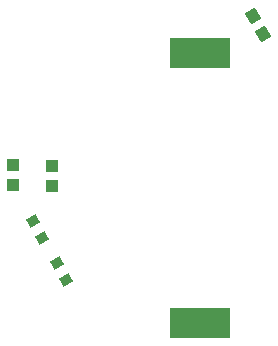
<source format=gbp>
G04*
G04 #@! TF.GenerationSoftware,Altium Limited,Altium Designer,21.9.1 (22)*
G04*
G04 Layer_Color=128*
%FSLAX44Y44*%
%MOMM*%
G71*
G04*
G04 #@! TF.SameCoordinates,043B7ADD-777D-4B4F-A2BF-0A1D89707C51*
G04*
G04*
G04 #@! TF.FilePolarity,Positive*
G04*
G01*
G75*
G04:AMPARAMS|DCode=25|XSize=0.79mm|YSize=0.93mm|CornerRadius=0mm|HoleSize=0mm|Usage=FLASHONLY|Rotation=300.000|XOffset=0mm|YOffset=0mm|HoleType=Round|Shape=Rectangle|*
%AMROTATEDRECTD25*
4,1,4,-0.6002,0.1096,0.2052,0.5746,0.6002,-0.1096,-0.2052,-0.5746,-0.6002,0.1096,0.0*
%
%ADD25ROTATEDRECTD25*%

%ADD27R,1.0000X1.1000*%
%ADD60R,5.1000X2.5000*%
G04:AMPARAMS|DCode=61|XSize=1.1mm|YSize=1mm|CornerRadius=0mm|HoleSize=0mm|Usage=FLASHONLY|Rotation=120.000|XOffset=0mm|YOffset=0mm|HoleType=Round|Shape=Rectangle|*
%AMROTATEDRECTD61*
4,1,4,0.7080,-0.2263,-0.1580,-0.7263,-0.7080,0.2263,0.1580,0.7263,0.7080,-0.2263,0.0*
%
%ADD61ROTATEDRECTD61*%

D25*
X617420Y596591D02*
D03*
X625620Y582389D02*
D03*
X637670Y561151D02*
D03*
X645870Y546949D02*
D03*
D27*
X600340Y644480D02*
D03*
Y627480D02*
D03*
X633650Y626380D02*
D03*
Y643380D02*
D03*
D60*
X759210Y510350D02*
D03*
Y739350D02*
D03*
D61*
X812710Y755298D02*
D03*
X804210Y770021D02*
D03*
M02*

</source>
